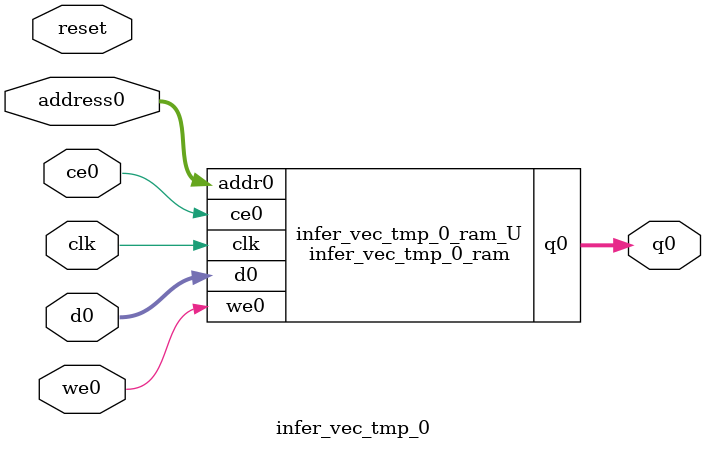
<source format=v>
`timescale 1 ns / 1 ps
module infer_vec_tmp_0_ram (addr0, ce0, d0, we0, q0,  clk);

parameter DWIDTH = 32;
parameter AWIDTH = 4;
parameter MEM_SIZE = 16;

input[AWIDTH-1:0] addr0;
input ce0;
input[DWIDTH-1:0] d0;
input we0;
output reg[DWIDTH-1:0] q0;
input clk;

(* ram_style = "distributed" *)reg [DWIDTH-1:0] ram[0:MEM_SIZE-1];




always @(posedge clk)  
begin 
    if (ce0) 
    begin
        if (we0) 
        begin 
            ram[addr0] <= d0; 
        end 
        q0 <= ram[addr0];
    end
end


endmodule

`timescale 1 ns / 1 ps
module infer_vec_tmp_0(
    reset,
    clk,
    address0,
    ce0,
    we0,
    d0,
    q0);

parameter DataWidth = 32'd32;
parameter AddressRange = 32'd16;
parameter AddressWidth = 32'd4;
input reset;
input clk;
input[AddressWidth - 1:0] address0;
input ce0;
input we0;
input[DataWidth - 1:0] d0;
output[DataWidth - 1:0] q0;



infer_vec_tmp_0_ram infer_vec_tmp_0_ram_U(
    .clk( clk ),
    .addr0( address0 ),
    .ce0( ce0 ),
    .we0( we0 ),
    .d0( d0 ),
    .q0( q0 ));

endmodule


</source>
